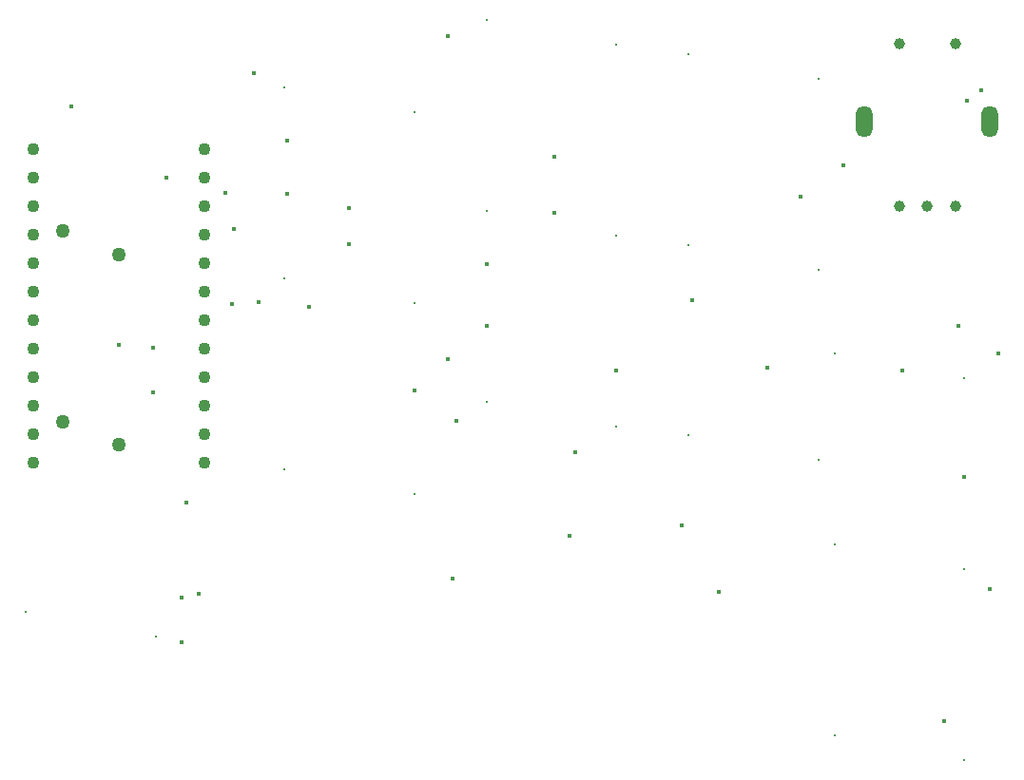
<source format=gbr>
%TF.GenerationSoftware,KiCad,Pcbnew,(7.0.0-0)*%
%TF.CreationDate,2023-06-08T17:13:14+08:00*%
%TF.ProjectId,right,72696768-742e-46b6-9963-61645f706362,v1.0.0*%
%TF.SameCoordinates,Original*%
%TF.FileFunction,Plated,1,2,PTH,Mixed*%
%TF.FilePolarity,Positive*%
%FSLAX46Y46*%
G04 Gerber Fmt 4.6, Leading zero omitted, Abs format (unit mm)*
G04 Created by KiCad (PCBNEW (7.0.0-0)) date 2023-06-08 17:13:14*
%MOMM*%
%LPD*%
G01*
G04 APERTURE LIST*
%TA.AperFunction,ComponentDrill*%
%ADD10C,0.300000*%
%TD*%
%TA.AperFunction,ViaDrill*%
%ADD11C,0.400000*%
%TD*%
%TA.AperFunction,ComponentDrill*%
%ADD12C,1.000000*%
%TD*%
%TA.AperFunction,ComponentDrill*%
%ADD13C,1.092200*%
%TD*%
%TA.AperFunction,ComponentDrill*%
%ADD14C,1.270000*%
%TD*%
G04 aperture for slot hole*
%TA.AperFunction,ComponentDrill*%
%ADD15O,1.500000X2.800000*%
%TD*%
G04 APERTURE END LIST*
D10*
%TO.C,S15*%
X-8275000Y-3750000D03*
X3275000Y-5950000D03*
%TO.C,S12*%
X14725000Y42950000D03*
%TO.C,S13*%
X14725000Y25950000D03*
%TO.C,S14*%
X14725000Y8950000D03*
%TO.C,S12*%
X26275000Y40750000D03*
%TO.C,S13*%
X26275000Y23750000D03*
%TO.C,S14*%
X26275000Y6750000D03*
%TO.C,S9*%
X32725000Y48950000D03*
%TO.C,S10*%
X32725000Y31950000D03*
%TO.C,S11*%
X32725000Y14950000D03*
%TO.C,S9*%
X44275000Y46750000D03*
%TO.C,S10*%
X44275000Y29750000D03*
%TO.C,S11*%
X44275000Y12750000D03*
%TO.C,S6*%
X50725000Y45950000D03*
%TO.C,S7*%
X50725000Y28950000D03*
%TO.C,S8*%
X50725000Y11950000D03*
%TO.C,S6*%
X62275000Y43750000D03*
%TO.C,S7*%
X62275000Y26750000D03*
%TO.C,S8*%
X62275000Y9750000D03*
%TO.C,S3*%
X63725000Y19250000D03*
%TO.C,S4*%
X63725000Y2250000D03*
%TO.C,S5*%
X63725000Y-14750000D03*
%TO.C,S3*%
X75275000Y17050000D03*
%TO.C,S4*%
X75275000Y50000D03*
%TO.C,S5*%
X75275000Y-16950000D03*
%TD*%
D11*
X-4250000Y41250000D03*
X0Y20000000D03*
X3000000Y19750000D03*
X3000000Y15750000D03*
X4200000Y34900000D03*
X5600000Y-2500000D03*
X5600000Y-6500000D03*
X6000000Y6000000D03*
X7100000Y-2200000D03*
X9500000Y33591300D03*
X10087957Y23686671D03*
X10224500Y30326800D03*
X12025000Y44275000D03*
X12400000Y23800000D03*
X15000000Y38250000D03*
X15000000Y33500000D03*
X16900000Y23400000D03*
X20500000Y32250000D03*
X20500000Y29000000D03*
X26275000Y16000000D03*
X29250000Y47500000D03*
X29250000Y18750000D03*
X29700000Y-800000D03*
X30000000Y13250000D03*
X32750000Y27250000D03*
X32750000Y21750000D03*
X38750000Y36750000D03*
X38750000Y31750000D03*
X40100000Y3000000D03*
X40649175Y10449175D03*
X44275000Y17750000D03*
X50100000Y3900000D03*
X51000000Y24000000D03*
X53400000Y-1999500D03*
X57700000Y18000000D03*
X60700000Y33200000D03*
X64475000Y36000000D03*
X69750000Y17750000D03*
X73500000Y-13500000D03*
X74750000Y21750000D03*
X75250000Y8250000D03*
X75500000Y41750000D03*
X76750000Y42750000D03*
X77500000Y-1750000D03*
X78262299Y19262299D03*
D12*
%TO.C,ROT1*%
X69460000Y46880000D03*
X69460000Y32380000D03*
X71960000Y32380000D03*
X74460000Y46880000D03*
X74460000Y32380000D03*
D13*
%TO.C,MCU1*%
X-7620000Y37470000D03*
X-7620000Y34930000D03*
X-7620000Y32390000D03*
X-7620000Y29850000D03*
X-7620000Y27310000D03*
X-7620000Y24770000D03*
X-7620000Y22230000D03*
X-7620000Y19690000D03*
X-7620000Y17150000D03*
X-7620000Y14610000D03*
X-7620000Y12070000D03*
X-7620000Y9530000D03*
X7620000Y37470000D03*
X7620000Y34930000D03*
X7620000Y32390000D03*
X7620000Y29850000D03*
X7620000Y27310000D03*
X7620000Y24770000D03*
X7620000Y22230000D03*
X7620000Y19690000D03*
X7620000Y17150000D03*
X7620000Y14610000D03*
X7620000Y12070000D03*
X7620000Y9530000D03*
D14*
%TO.C,S1*%
X-5000000Y30200000D03*
%TO.C,S2*%
X-5000000Y13200000D03*
%TO.C,S1*%
X0Y28100000D03*
%TO.C,S2*%
X0Y11100000D03*
D15*
%TO.C,ROT1*%
X66359999Y39879999D03*
X77559999Y39879999D03*
M02*

</source>
